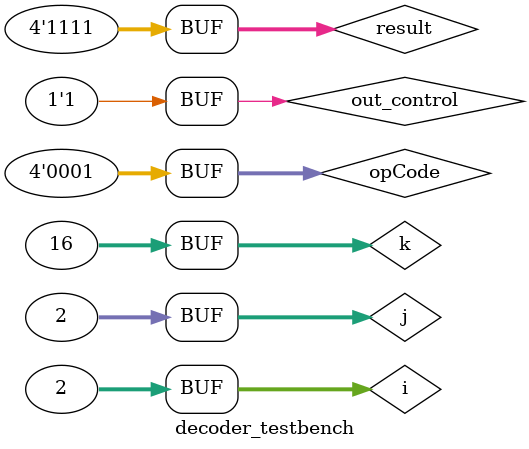
<source format=v>
`timescale 1ns / 1ps


module decoder_testbench(
    
    );
    reg out_control;
    reg [3:0] opCode;
    reg [3:0] result;
    wire [6:0] LED_out;
    integer i, j, k;
    
    decoder d1(out_control, opCode, result, LED_out);
    
    initial
    begin
    out_control = 0;
    result = 0;
    opCode = 0;
        for (i = 0; i < 2; i = i+1) begin
            out_control = i;
            for (j = 0; j < 2; j = j+1) begin
                opCode = j;
                
                for (k = 0; k < 16; k = k+1) begin
                    result = k;
                    #10;
                end
            end
            
            
        end
    end
    
    
endmodule

</source>
